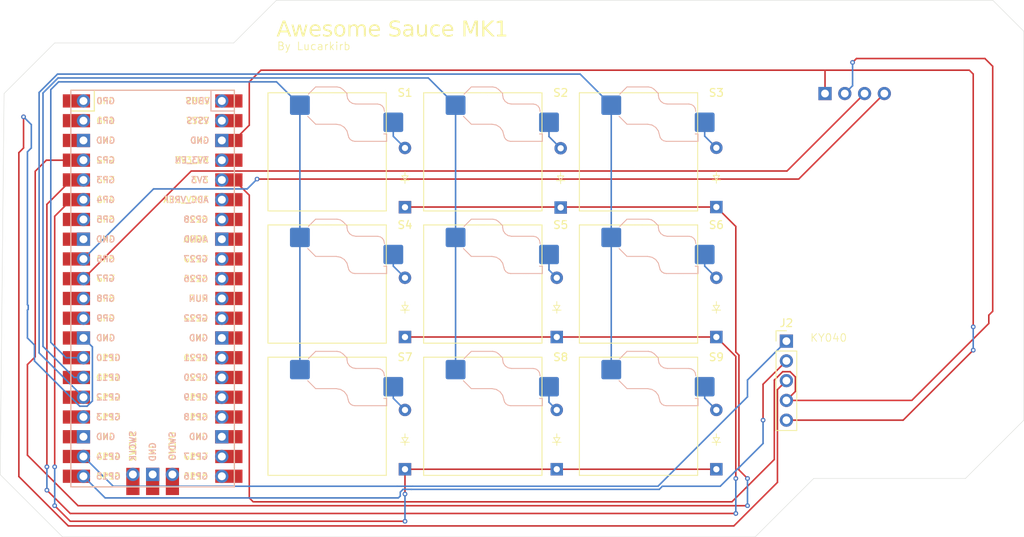
<source format=kicad_pcb>
(kicad_pcb (version 20241229) (generator "pcbnew") (generator_version "9.0")
  (layers (0 "F.Cu" signal) (2 "B.Cu" signal) (13 "F.Paste" user) (15 "B.Paste" user) (5 "F.SilkS" user "F.Silkscreen") (7 "B.SilkS" user "B.Silkscreen") (1 "F.Mask" user) (3 "B.Mask" user) (25 "Edge.Cuts" user))
  (net 0 "")
  (net 1 "Net-(D1-A)")
  (net 2 "Net-(D1-K)")
  (net 3 "Net-(D2-A)")
  (net 4 "Net-(D3-A)")
  (net 5 "Net-(D4-A)")
  (net 6 "Net-(D4-K)")
  (net 7 "Net-(D5-A)")
  (net 8 "Net-(D6-A)")
  (net 9 "Net-(D7-A)")
  (net 10 "Net-(D7-K)")
  (net 11 "Net-(D8-A)")
  (net 12 "Net-(D9-A)")
  (net 13 "Net-(J1-SDA)")
  (net 14 "VCC")
  (net 15 "Net-(J1-SCL)")
  (net 16 "GND")
  (net 17 "Net-(J2-Pin_2)")
  (net 18 "Net-(J2-Pin_1)")
  (net 19 "Net-(J2-Pin_3)")
  (net 28 "Net-(U1-GPIO10)")
  (net 39 "Net-(U1-GPIO12)")
  (net 46 "Net-(U1-GPIO11)")
  (footprint "ScottoKeebs_Components:Diode_DO-35" (layer "F.Cu") (at 117 43.658 90)
    (property "Reference" "D2" (hide yes))
    (property "Value" "Diode" (hide yes))
    (pad "1" thru_hole rect (at 0 0 90) (size 1.6 1.6) (drill 0.8) (layers "*.Cu" "*.Mask") (net 2 "Net-(D1-K)"))
    (pad "2" thru_hole oval (at 7.62 0 90) (size 1.6 1.6) (drill 0.8) (layers "*.Cu" "*.Mask") (net 3 "Net-(D2-A)"))
  )
  (footprint "Header_Pin_Connectors:PinHeader_1x05_P2.54mm_Vertical" (layer "F.Cu") (at 146 60.84)
    (property "Reference" "J2" (at 0 -2.33 0) (layer "F.SilkS"))
    (property "Value" "Conn_01x05_Pin")
    (pad "1" thru_hole rect (at 0 0) (size 1.7 1.7) (drill 1) (layers "*.Cu" "*.Mask") (net 18 "Net-(J2-Pin_1)"))
    (pad "2" thru_hole oval (at 0 2.54) (size 1.7 1.7) (drill 1) (layers "*.Cu" "*.Mask") (net 17 "Net-(J2-Pin_2)"))
    (pad "3" thru_hole oval (at 0 5.08) (size 1.7 1.7) (drill 1) (layers "*.Cu" "*.Mask") (net 19 "Net-(J2-Pin_3)"))
    (pad "4" thru_hole oval (at 0 7.62) (size 1.7 1.7) (drill 1) (layers "*.Cu" "*.Mask") (net 14 "VCC"))
    (pad "5" thru_hole oval (at 0 10.16) (size 1.7 1.7) (drill 1) (layers "*.Cu" "*.Mask") (net 16 "GND"))
  )
  (footprint "ScottoKeebs_Hotswap:Hotswap_Choc_V1_1.00u" (layer "F.Cu") (at 127 70.5)
    (property "Reference" "S9" (at 10 -7.6 0) (layer "F.SilkS"))
    (property "Value" "Keyswitch" (hide yes))
    (pad "" np_thru_hole circle (at -5.5 0) (size 1.9 1.9) (drill 1.9) (layers "*.Cu" "*.Mask"))
    (pad "" np_thru_hole circle (at 0 -5.9) (size 3.05 3.05) (drill 3.05) (layers "*.Cu" "*.Mask"))
    (pad "" np_thru_hole circle (at 0 0) (size 3.45 3.45) (drill 3.45) (layers "*.Cu" "*.Mask"))
    (pad "" np_thru_hole circle (at 5 -3.8) (size 3.05 3.05) (drill 3.05) (layers "*.Cu" "*.Mask"))
    (pad "" np_thru_hole circle (at 5.5 0) (size 1.9 1.9) (drill 1.9) (layers "*.Cu" "*.Mask"))
    (pad "1" smd roundrect (at -3.5 -6) (size 2.55 2.5) (layers "B.Cu" "B.Mask" "B.Paste") (roundrect_rratio 0.1) (net 39 "Net-(U1-GPIO12)"))
    (pad "2" smd roundrect (at 8.5 -3.8) (size 2.55 2.5) (layers "B.Cu" "B.Mask" "B.Paste") (roundrect_rratio 0.1) (net 12 "Net-(D9-A)"))
  )
  (footprint "ScottoKeebs_Components:Diode_DO-35" (layer "F.Cu") (at 97 77.31 90)
    (property "Reference" "D7" (hide yes))
    (property "Value" "Diode" (hide yes))
    (pad "1" thru_hole rect (at 0 0 90) (size 1.6 1.6) (drill 0.8) (layers "*.Cu" "*.Mask") (net 10 "Net-(D7-K)"))
    (pad "2" thru_hole oval (at 7.62 0 90) (size 1.6 1.6) (drill 0.8) (layers "*.Cu" "*.Mask") (net 9 "Net-(D7-A)"))
  )
  (footprint "ScottoKeebs_Components:Diode_DO-35" (layer "F.Cu") (at 137 60.31 90)
    (property "Reference" "D6" (hide yes))
    (property "Value" "Diode" (hide yes))
    (pad "1" thru_hole rect (at 0 0 90) (size 1.6 1.6) (drill 0.8) (layers "*.Cu" "*.Mask") (net 6 "Net-(D4-K)"))
    (pad "2" thru_hole oval (at 7.62 0 90) (size 1.6 1.6) (drill 0.8) (layers "*.Cu" "*.Mask") (net 8 "Net-(D6-A)"))
  )
  (footprint "ScottoKeebs_Components:OLED_128x64" (layer "F.Cu") (at 154.77 29)
    (property "Reference" "J1" (hide yes))
    (property "Value" "OLED_128x64")
    (pad "1" thru_hole rect (at -3.81 0 90) (size 1.7 1.7) (drill 1) (layers "*.Cu" "*.Mask") (net 16 "GND"))
    (pad "2" thru_hole oval (at -1.27 0 90) (size 1.7 1.7) (drill 1) (layers "*.Cu" "*.Mask") (net 14 "VCC"))
    (pad "3" thru_hole oval (at 1.27 0 90) (size 1.7 1.7) (drill 1) (layers "*.Cu" "*.Mask") (net 15 "Net-(J1-SCL)"))
    (pad "4" thru_hole oval (at 3.81 0 90) (size 1.7 1.7) (drill 1) (layers "*.Cu" "*.Mask") (net 13 "Net-(J1-SDA)"))
  )
  (footprint "ScottoKeebs_Components:Diode_DO-35" (layer "F.Cu") (at 97 43.62 90)
    (property "Reference" "D1" (hide yes))
    (property "Value" "Diode" (hide yes))
    (pad "1" thru_hole rect (at 0 0 90) (size 1.6 1.6) (drill 0.8) (layers "*.Cu" "*.Mask") (net 2 "Net-(D1-K)"))
    (pad "2" thru_hole oval (at 7.62 0 90) (size 1.6 1.6) (drill 0.8) (layers "*.Cu" "*.Mask") (net 1 "Net-(D1-A)"))
  )
  (footprint "ScottoKeebs_Hotswap:Hotswap_Choc_V1_1.00u" (layer "F.Cu") (at 87 53.5)
    (property "Reference" "S4" (at 10 -7.6 0) (layer "F.SilkS"))
    (property "Value" "Keyswitch" (hide yes))
    (pad "" np_thru_hole circle (at -5.5 0) (size 1.9 1.9) (drill 1.9) (layers "*.Cu" "*.Mask"))
    (pad "" np_thru_hole circle (at 0 -5.9) (size 3.05 3.05) (drill 3.05) (layers "*.Cu" "*.Mask"))
    (pad "" np_thru_hole circle (at 0 0) (size 3.45 3.45) (drill 3.45) (layers "*.Cu" "*.Mask"))
    (pad "" np_thru_hole circle (at 5 -3.8) (size 3.05 3.05) (drill 3.05) (layers "*.Cu" "*.Mask"))
    (pad "" np_thru_hole circle (at 5.5 0) (size 1.9 1.9) (drill 1.9) (layers "*.Cu" "*.Mask"))
    (pad "1" smd roundrect (at -3.5 -6) (size 2.55 2.5) (layers "B.Cu" "B.Mask" "B.Paste") (roundrect_rratio 0.1) (net 28 "Net-(U1-GPIO10)"))
    (pad "2" smd roundrect (at 8.5 -3.8) (size 2.55 2.5) (layers "B.Cu" "B.Mask" "B.Paste") (roundrect_rratio 0.1) (net 5 "Net-(D4-A)"))
  )
  (footprint "ScottoKeebs_Hotswap:Hotswap_Choc_V1_1.00u" (layer "F.Cu") (at 127 36.5)
    (property "Reference" "S3" (at 10 -7.6 0) (layer "F.SilkS"))
    (property "Value" "Keyswitch" (hide yes))
    (pad "" np_thru_hole circle (at -5.5 0) (size 1.9 1.9) (drill 1.9) (layers "*.Cu" "*.Mask"))
    (pad "" np_thru_hole circle (at 0 -5.9) (size 3.05 3.05) (drill 3.05) (layers "*.Cu" "*.Mask"))
    (pad "" np_thru_hole circle (at 0 0) (size 3.45 3.45) (drill 3.45) (layers "*.Cu" "*.Mask"))
    (pad "" np_thru_hole circle (at 5 -3.8) (size 3.05 3.05) (drill 3.05) (layers "*.Cu" "*.Mask"))
    (pad "" np_thru_hole circle (at 5.5 0) (size 1.9 1.9) (drill 1.9) (layers "*.Cu" "*.Mask"))
    (pad "1" smd roundrect (at -3.5 -6) (size 2.55 2.5) (layers "B.Cu" "B.Mask" "B.Paste") (roundrect_rratio 0.1) (net 39 "Net-(U1-GPIO12)"))
    (pad "2" smd roundrect (at 8.5 -3.8) (size 2.55 2.5) (layers "B.Cu" "B.Mask" "B.Paste") (roundrect_rratio 0.1) (net 4 "Net-(D3-A)"))
  )
  (footprint "ScottoKeebs_Hotswap:Hotswap_Choc_V1_1.00u" (layer "F.Cu") (at 107 70.5)
    (property "Reference" "S8" (at 10 -7.6 0) (layer "F.SilkS"))
    (property "Value" "Keyswitch" (hide yes))
    (pad "" np_thru_hole circle (at -5.5 0) (size 1.9 1.9) (drill 1.9) (layers "*.Cu" "*.Mask"))
    (pad "" np_thru_hole circle (at 0 -5.9) (size 3.05 3.05) (drill 3.05) (layers "*.Cu" "*.Mask"))
    (pad "" np_thru_hole circle (at 0 0) (size 3.45 3.45) (drill 3.45) (layers "*.Cu" "*.Mask"))
    (pad "" np_thru_hole circle (at 5 -3.8) (size 3.05 3.05) (drill 3.05) (layers "*.Cu" "*.Mask"))
    (pad "" np_thru_hole circle (at 5.5 0) (size 1.9 1.9) (drill 1.9) (layers "*.Cu" "*.Mask"))
    (pad "1" smd roundrect (at -3.5 -6) (size 2.55 2.5) (layers "B.Cu" "B.Mask" "B.Paste") (roundrect_rratio 0.1) (net 46 "Net-(U1-GPIO11)"))
    (pad "2" smd roundrect (at 8.5 -3.8) (size 2.55 2.5) (layers "B.Cu" "B.Mask" "B.Paste") (roundrect_rratio 0.1) (net 11 "Net-(D8-A)"))
  )
  (footprint "ScottoKeebs_MCU:Raspberry_Pi_Pico" (layer "F.Cu") (at 64.585 54.083)
    (property "Reference" "U1" (hide yes))
    (property "Value" "Raspberry_Pi_Pico" (hide yes))
    (fp_text user "GND" (at -6.04 6.35 0) (layer "F.SilkS") (effects (font (size 0.8 0.8))))
    (fp_text user "GP2" (at -6.04 -16.51 0) (layer "F.SilkS") (effects (font (size 0.8 0.8))))
    (fp_text user "AGND" (at 5.54 -6.35 0) (layer "F.SilkS") (effects (font (size 0.8 0.8))))
    (fp_text user "GP12" (at -5.69 13.97 0) (layer "F.SilkS") (effects (font (size 0.8 0.8))))
    (fp_text user "GND" (at -6.04 -6.35 0) (layer "F.SilkS") (effects (font (size 0.8 0.8))))
    (fp_text user "GP9" (at -6.04 3.81 0) (layer "F.SilkS") (effects (font (size 0.8 0.8))))
    (fp_text user "GP13" (at -5.69 16.51 0) (layer "F.SilkS") (effects (font (size 0.8 0.8))))
    (fp_text user "RUN" (at 5.89 1.27 0) (layer "F.SilkS") (effects (font (size 0.8 0.8))))
    (fp_text user "GP7" (at -6.04 -1.3 0) (layer "F.SilkS") (effects (font (size 0.8 0.8))))
    (fp_text user "3V3" (at 6.04 -13.97 0) (layer "F.SilkS") (effects (font (size 0.8 0.8))))
    (fp_text user "3V3_EN" (at 5.04 -16.51 0) (layer "F.SilkS") (effects (font (size 0.8 0.8))))
    (fp_text user "GND" (at 5.89 19.05 0) (layer "F.SilkS") (effects (font (size 0.8 0.8))))
    (fp_text user "GP11" (at -5.69 11.43 0) (layer "F.SilkS") (effects (font (size 0.8 0.8))))
    (fp_text user "GP0" (at -6.04 -24.13 0) (layer "F.SilkS") (effects (font (size 0.8 0.8))))
    (fp_text user "SWDIO" (at 2.54 20.25 90) (layer "F.SilkS") (effects (font (size 0.8 0.8))))
    (fp_text user "GND" (at 0 21 90) (layer "F.SilkS") (effects (font (size 0.8 0.8))))
    (fp_text user "GP1" (at -6.04 -21.6 0) (layer "F.SilkS") (effects (font (size 0.8 0.8))))
    (fp_text user "GP27" (at 5.54 -3.8 0) (layer "F.SilkS") (effects (font (size 0.8 0.8))))
    (fp_text user "GND" (at -6.04 19.05 0) (layer "F.SilkS") (effects (font (size 0.8 0.8))))
    (fp_text user "GP18" (at 5.54 16.51 0) (layer "F.SilkS") (effects (font (size 0.8 0.8))))
    (fp_text user "GP6" (at -6.04 -3.81 0) (layer "F.SilkS") (effects (font (size 0.8 0.8))))
    (fp_text user "GP19" (at 5.54 13.97 0) (layer "F.SilkS") (effects (font (size 0.8 0.8))))
    (fp_text user "GP14" (at -5.69 21.59 0) (layer "F.SilkS") (effects (font (size 0.8 0.8))))
    (fp_text user "GP3" (at -6.04 -13.97 0) (layer "F.SilkS") (effects (font (size 0.8 0.8))))
    (fp_text user "GND" (at -6.04 -19.05 0) (layer "F.SilkS") (effects (font (size 0.8 0.8))))
    (fp_text user "GP20" (at 5.54 11.43 0) (layer "F.SilkS") (effects (font (size 0.8 0.8))))
    (fp_text user "GND" (at 5.89 6.35 0) (layer "F.SilkS") (effects (font (size 0.8 0.8))))
    (fp_text user "GP15" (at -5.69 24.13 0) (layer "F.SilkS") (effects (font (size 0.8 0.8))))
    (fp_text user "GP26" (at 5.54 -1.27 0) (layer "F.SilkS") (effects (font (size 0.8 0.8))))
    (fp_text user "GND" (at 6.04 -19.05 0) (layer "F.SilkS") (effects (font (size 0.8 0.8))))
    (fp_text user "GP4" (at -6.04 -11.43 0) (layer "F.SilkS") (effects (font (size 0.8 0.8))))
    (fp_text user "VBUS" (at 5.79 -24.13 0) (layer "F.SilkS") (effects (font (size 0.8 0.8))))
    (fp_text user "VSYS" (at 5.79 -21.59 0) (layer "F.SilkS") (effects (font (size 0.8 0.8))))
    (fp_text user "GP16" (at 5.54 24.13 0) (layer "F.SilkS") (effects (font (size 0.8 0.8))))
    (fp_text user "ADC_VREF" (at 4.29 -11.43 0) (layer "F.SilkS") (effects (font (size 0.8 0.8))))
    (fp_text user "SWCLK" (at -2.54 20.25 90) (layer "F.SilkS") (effects (font (size 0.8 0.8))))
    (fp_text user "GP28" (at 5.54 -8.89 0) (layer "F.SilkS") (effects (font (size 0.8 0.8))))
    (fp_text user "GP10" (at -5.69 8.89 0) (layer "F.SilkS") (effects (font (size 0.8 0.8))))
    (fp_text user "GP21" (at 5.54 8.9 0) (layer "F.SilkS") (effects (font (size 0.8 0.8))))
    (fp_text user "GP8" (at -6.04 1.27 0) (layer "F.SilkS") (effects (font (size 0.8 0.8))))
    (fp_text user "GP22" (at 5.54 3.81 0) (layer "F.SilkS") (effects (font (size 0.8 0.8))))
    (fp_text user "GP17" (at 5.54 21.59 0) (layer "F.SilkS") (effects (font (size 0.8 0.8))))
    (fp_text user "GP5" (at -6.04 -8.89 0) (layer "F.SilkS") (effects (font (size 0.8 0.8))))
    (fp_text user "GND" (at 0 21 270) (layer "B.SilkS") (effects (font (size 0.8 0.8)) (justify mirror)))
    (fp_text user "GP0" (at -6.04 -24.13 0) (layer "B.SilkS") (effects (font (size 0.8 0.8)) (justify mirror)))
    (fp_text user "GP12" (at -5.69 13.97 0) (layer "B.SilkS") (effects (font (size 0.8 0.8)) (justify mirror)))
    (fp_text user "GND" (at 5.89 19.05 0) (layer "B.SilkS") (effects (font (size 0.8 0.8)) (justify mirror)))
    (fp_text user "GP27" (at 5.54 -3.8 0) (layer "B.SilkS") (effects (font (size 0.8 0.8)) (justify mirror)))
    (fp_text user "SWCLK" (at -2.54 20.25 270) (layer "B.SilkS") (effects (font (size 0.8 0.8)) (justify mirror)))
    (fp_text user "GP15" (at -5.69 24.13 0) (layer "B.SilkS") (effects (font (size 0.8 0.8)) (justify mirror)))
    (fp_text user "GP18" (at 5.54 16.51 0) (layer "B.SilkS") (effects (font (size 0.8 0.8)) (justify mirror)))
    (fp_text user "GND" (at -6.04 6.35 0) (layer "B.SilkS") (effects (font (size 0.8 0.8)) (justify mirror)))
    (fp_text user "GP21" (at 5.54 8.9 0) (layer "B.SilkS") (effects (font (size 0.8 0.8)) (justify mirror)))
    (fp_text user "GP20" (at 5.54 11.43 0) (layer "B.SilkS") (effects (font (size 0.8 0.8)) (justify mirror)))
    (fp_text user "GP28" (at 5.54 -8.89 0) (layer "B.SilkS") (effects (font (size 0.8 0.8)) (justify mirror)))
    (fp_text user "GP22" (at 5.54 3.81 0) (layer "B.SilkS") (effects (font (size 0.8 0.8)) (justify mirror)))
    (fp_text user "VBUS" (at 5.79 -24.13 0) (layer "B.SilkS") (effects (font (size 0.8 0.8)) (justify mirror)))
    (fp_text user "GP16" (at 5.54 24.13 0) (layer "B.SilkS") (effects (font (size 0.8 0.8)) (justify mirror)))
    (fp_text user "GP26" (at 5.54 -1.27 0) (layer "B.SilkS") (effects (font (size 0.8 0.8)) (justify mirror)))
    (fp_text user "GND" (at 6.04 -19.05 0) (layer "B.SilkS") (effects (font (size 0.8 0.8)) (justify mirror)))
    (fp_text user "GP7" (at -6.04 -1.3 0) (layer "B.SilkS") (effects (font (size 0.8 0.8)) (justify mirror)))
    (fp_text user "ADC_VREF" (at 4.29 -11.43 0) (layer "B.SilkS") (effects (font (size 0.8 0.8)) (justify mirror)))
    (fp_text user "GP14" (at -5.69 21.59 0) (layer "B.SilkS") (effects (font (size 0.8 0.8)) (justify mirror)))
    (fp_text user "GND" (at -6.04 19.05 0) (layer "B.SilkS") (effects (font (size 0.8 0.8)) (justify mirror)))
    (fp_text user "GP17" (at 5.54 21.59 0) (layer "B.SilkS") (effects (font (size 0.8 0.8)) (justify mirror)))
    (fp_text user "GP2" (at -6.04 -16.51 0) (layer "B.SilkS") (effects (font (size 0.8 0.8)) (justify mirror)))
    (fp_text user "GP4" (at -6.04 -11.43 0) (layer "B.SilkS") (effects (font (size 0.8 0.8)) (justify mirror)))
    (fp_text user "3V3_EN" (at 5.04 -16.51 0) (layer "B.SilkS") (effects (font (size 0.8 0.8)) (justify mirror)))
    (fp_text user "GND" (at -6.04 -19.05 0) (layer "B.SilkS") (effects (font (size 0.8 0.8)) (justify mirror)))
    (fp_text user "3V3" (at 6.04 -13.97 0) (layer "B.SilkS") (effects (font (size 0.8 0.8)) (justify mirror)))
    (fp_text user "GP11" (at -5.69 11.43 0) (layer "B.SilkS") (effects (font (size 0.8 0.8)) (justify mirror)))
    (fp_text user "GP5" (at -6.04 -8.89 0) (layer "B.SilkS") (effects (font (size 0.8 0.8)) (justify mirror)))
    (fp_text user "GP13" (at -5.69 16.51 0) (layer "B.SilkS") (effects (font (size 0.8 0.8)) (justify mirror)))
    (fp_text user "GP6" (at -6.04 -3.81 0) (layer "B.SilkS") (effects (font (size 0.8 0.8)) (justify mirror)))
    (fp_text user "GP19" (at 5.54 13.97 0) (layer "B.SilkS") (effects (font (size 0.8 0.8)) (justify mirror)))
    (fp_text user "GP10" (at -5.69 8.89 0) (layer "B.SilkS") (effects (font (size 0.8 0.8)) (justify mirror)))
    (fp_text user "GP9" (at -6.04 3.81 0) (layer "B.SilkS") (effects (font (size 0.8 0.8)) (justify mirror)))
    (fp_text user "GP8" (at -6.04 1.27 0) (layer "B.SilkS") (effects (font (size 0.8 0.8)) (justify mirror)))
    (fp_text user "AGND" (at 5.54 -6.35 0) (layer "B.SilkS") (effects (font (size 0.8 0.8)) (justify mirror)))
    (fp_text user "SWDIO" (at 2.54 20.25 270) (layer "B.SilkS") (effects (font (size 0.8 0.8)) (justify mirror)))
    (fp_text user "GND" (at -6.04 -6.35 0) (layer "B.SilkS") (effects (font (size 0.8 0.8)) (justify mirror)))
    (fp_text user "GP1" (at -6.04 -21.6 0) (layer "B.SilkS") (effects (font (size 0.8 0.8)) (justify mirror)))
    (fp_text user "GP3" (at -6.04 -13.97 0) (layer "B.SilkS") (effects (font (size 0.8 0.8)) (justify mirror)))
    (fp_text user "RUN" (at 5.89 1.27 0) (layer "B.SilkS") (effects (font (size 0.8 0.8)) (justify mirror)))
    (fp_text user "GND" (at 5.89 6.35 0) (layer "B.SilkS") (effects (font (size 0.8 0.8)) (justify mirror)))
    (fp_text user "VSYS" (at 5.79 -21.59 0) (layer "B.SilkS") (effects (font (size 0.8 0.8)) (justify mirror)))
    (pad "1" thru_hole oval (at -8.89 -24.13) (size 1.7 1.7) (drill 1.02) (layers "*.Cu" "*.Mask"))
    (pad "1" smd rect (at -8.89 -24.13) (size 3.5 1.7) (drill (offset -0.9 0)) (layers "F.Cu" "F.Mask"))
    (pad "2" thru_hole oval (at -8.89 -21.59) (size 1.7 1.7) (drill 1.02) (layers "*.Cu" "*.Mask"))
    (pad "2" smd rect (at -8.89 -21.59) (size 3.5 1.7) (drill (offset -0.9 0)) (layers "F.Cu" "F.Mask"))
    (pad "3" thru_hole rect (at -8.89 -19.05) (size 1.7 1.7) (drill 1.02) (layers "*.Cu" "*.Mask"))
    (pad "3" smd rect (at -8.89 -19.05) (size 3.5 1.7) (drill (offset -0.9 0)) (layers "F.Cu" "F.Mask"))
    (pad "4" thru_hole oval (at -8.89 -16.51) (size 1.7 1.7) (drill 1.02) (layers "*.Cu" "*.Mask") (net 2 "Net-(D1-K)"))
    (pad "4" smd rect (at -8.89 -16.51) (size 3.5 1.7) (drill (offset -0.9 0)) (layers "F.Cu" "F.Mask") (net 2 "Net-(D1-K)"))
    (pad "5" thru_hole oval (at -8.89 -13.97) (size 1.7 1.7) (drill 1.02) (layers "*.Cu" "*.Mask") (net 6 "Net-(D4-K)"))
    (pad "5" smd rect (at -8.89 -13.97) (size 3.5 1.7) (drill (offset -0.9 0)) (layers "F.Cu" "F.Mask") (net 6 "Net-(D4-K)"))
    (pad "6" thru_hole oval (at -8.89 -11.43) (size 1.7 1.7) (drill 1.02) (layers "*.Cu" "*.Mask") (net 10 "Net-(D7-K)"))
    (pad "6" smd rect (at -8.89 -11.43) (size 3.5 1.7) (drill (offset -0.9 0)) (layers "F.Cu" "F.Mask") (net 10 "Net-(D7-K)"))
    (pad "7" thru_hole oval (at -8.89 -8.89) (size 1.7 1.7) (drill 1.02) (layers "*.Cu" "*.Mask"))
    (pad "7" smd rect (at -8.89 -8.89) (size 3.5 1.7) (drill (offset -0.9 0)) (layers "F.Cu" "F.Mask"))
    (pad "8" thru_hole rect (at -8.89 -6.35) (size 1.7 1.7) (drill 1.02) (layers "*.Cu" "*.Mask"))
    (pad "8" smd rect (at -8.89 -6.35) (size 3.5 1.7) (drill (offset -0.9 0)) (layers "F.Cu" "F.Mask"))
    (pad "9" thru_hole oval (at -8.89 -3.81) (size 1.7 1.7) (drill 1.02) (layers "*.Cu" "*.Mask") (net 13 "Net-(J1-SDA)"))
    (pad "9" smd rect (at -8.89 -3.81) (size 3.5 1.7) (drill (offset -0.9 0)) (layers "F.Cu" "F.Mask") (net 13 "Net-(J1-SDA)"))
    (pad "10" thru_hole oval (at -8.89 -1.27) (size 1.7 1.7) (drill 1.02) (layers "*.Cu" "*.Mask") (net 15 "Net-(J1-SCL)"))
    (pad "10" smd rect (at -8.89 -1.27) (size 3.5 1.7) (drill (offset -0.9 0)) (layers "F.Cu" "F.Mask") (net 15 "Net-(J1-SCL)"))
    (pad "11" thru_hole oval (at -8.89 1.27) (size 1.7 1.7) (drill 1.02) (layers "*.Cu" "*.Mask"))
    (pad "11" smd rect (at -8.89 1.27) (size 3.5 1.7) (drill (offset -0.9 0)) (layers "F.Cu" "F.Mask"))
    (pad "12" thru_hole oval (at -8.89 3.81) (size 1.7 1.7) (drill 1.02) (layers "*.Cu" "*.Mask"))
    (pad "12" smd rect (at -8.89 3.81) (size 3.5 1.7) (drill (offset -0.9 0)) (layers "F.Cu" "F.Mask"))
    (pad "13" thru_hole rect (at -8.89 6.35) (size 1.7 1.7) (drill 1.02) (layers "*.Cu" "*.Mask") (net 19 "Net-(J2-Pin_3)"))
    (pad "13" smd rect (at -8.89 6.35) (size 3.5 1.7) (drill (offset -0.9 0)) (layers "F.Cu" "F.Mask") (net 19 "Net-(J2-Pin_3)"))
    (pad "14" thru_hole oval (at -8.89 8.89) (size 1.7 1.7) (drill 1.02) (layers "*.Cu" "*.Mask") (net 28 "Net-(U1-GPIO10)"))
    (pad "14" smd rect (at -8.89 8.89) (size 3.5 1.7) (drill (offset -0.9 0)) (layers "F.Cu" "F.Mask") (net 28 "Net-(U1-GPIO10)"))
    (pad "15" thru_hole oval (at -8.89 11.43) (size 1.7 1.7) (drill 1.02) (layers "*.Cu" "*.Mask") (net 46 "Net-(U1-GPIO11)"))
    (pad "15" smd rect (at -8.89 11.43) (size 3.5 1.7) (drill (offset -0.9 0)) (layers "F.Cu" "F.Mask") (net 46 "Net-(U1-GPIO11)"))
    (pad "16" thru_hole oval (at -8.89 13.97) (size 1.7 1.7) (drill 1.02) (layers "*.Cu" "*.Mask") (net 39 "Net-(U1-GPIO12)"))
    (pad "16" smd rect (at -8.89 13.97) (size 3.5 1.7) (drill (offset -0.9 0)) (layers "F.Cu" "F.Mask") (net 39 "Net-(U1-GPIO12)"))
    (pad "17" thru_hole oval (at -8.89 16.51) (size 1.7 1.7) (drill 1.02) (layers "*.Cu" "*.Mask"))
    (pad "17" smd rect (at -8.89 16.51) (size 3.5 1.7) (drill (offset -0.9 0)) (layers "F.Cu" "F.Mask"))
    (pad "18" thru_hole rect (at -8.89 19.05) (size 1.7 1.7) (drill 1.02) (layers "*.Cu" "*.Mask"))
    (pad "18" smd rect (at -8.89 19.05) (size 3.5 1.7) (drill (offset -0.9 0)) (layers "F.Cu" "F.Mask"))
    (pad "19" thru_hole oval (at -8.89 21.59) (size 1.7 1.7) (drill 1.02) (layers "*.Cu" "*.Mask") (net 18 "Net-(J2-Pin_1)"))
    (pad "19" smd rect (at -8.89 21.59) (size 3.5 1.7) (drill (offset -0.9 0)) (layers "F.Cu" "F.Mask") (net 18 "Net-(J2-Pin_1)"))
    (pad "20" thru_hole oval (at -8.89 24.13) (size 1.7 1.7) (drill 1.02) (layers "*.Cu" "*.Mask") (net 17 "Net-(J2-Pin_2)"))
    (pad "20" smd rect (at -8.89 24.13) (size 3.5 1.7) (drill (offset -0.9 0)) (layers "F.Cu" "F.Mask") (net 17 "Net-(J2-Pin_2)"))
    (pad "21" thru_hole oval (at 8.89 24.13) (size 1.7 1.7) (drill 1.02) (layers "*.Cu" "*.Mask"))
    (pad "21" smd rect (at 8.89 24.13) (size 3.5 1.7) (drill (offset 0.9 0)) (layers "F.Cu" "F.Mask"))
    (pad "22" thru_hole oval (at 8.89 21.59) (size 1.7 1.7) (drill 1.02) (layers "*.Cu" "*.Mask"))
    (pad "22" smd rect (at 8.89 21.59) (size 3.5 1.7) (drill (offset 0.9 0)) (layers "F.Cu" "F.Mask"))
    (pad "23" thru_hole rect (at 8.89 19.05) (size 1.7 1.7) (drill 1.02) (layers "*.Cu" "*.Mask"))
    (pad "23" smd rect (at 8.89 19.05) (size 3.5 1.7) (drill (offset 0.9 0)) (layers "F.Cu" "F.Mask"))
    (pad "24" thru_hole oval (at 8.89 16.51) (size 1.7 1.7) (drill 1.02) (layers "*.Cu" "*.Mask"))
    (pad "24" smd rect (at 8.89 16.51) (size 3.5 1.7) (drill (offset 0.9 0)) (layers "F.Cu" "F.Mask"))
    (pad "25" thru_hole oval (at 8.89 13.97) (size 1.7 1.7) (drill 1.02) (layers "*.Cu" "*.Mask"))
    (pad "25" smd rect (at 8.89 13.97) (size 3.5 1.7) (drill (offset 0.9 0)) (layers "F.Cu" "F.Mask"))
    (pad "26" thru_hole oval (at 8.89 11.43) (size 1.7 1.7) (drill 1.02) (layers "*.Cu" "*.Mask"))
    (pad "26" smd rect (at 8.89 11.43) (size 3.5 1.7) (drill (offset 0.9 0)) (layers "F.Cu" "F.Mask"))
    (pad "27" thru_hole oval (at 8.89 8.89) (size 1.7 1.7) (drill 1.02) (layers "*.Cu" "*.Mask"))
    (pad "27" smd rect (at 8.89 8.89) (size 3.5 1.7) (drill (offset 0.9 0)) (layers "F.Cu" "F.Mask"))
    (pad "28" thru_hole rect (at 8.89 6.35) (size 1.7 1.7) (drill 1.02) (layers "*.Cu" "*.Mask"))
    (pad "28" smd rect (at 8.89 6.35) (size 3.5 1.7) (drill (offset 0.9 0)) (layers "F.Cu" "F.Mask"))
    (pad "29" thru_hole oval (at 8.89 3.81) (size 1.7 1.7) (drill 1.02) (layers "*.Cu" "*.Mask"))
    (pad "29" smd rect (at 8.89 3.81) (size 3.5 1.7) (drill (offset 0.9 0)) (layers "F.Cu" "F.Mask"))
    (pad "30" thru_hole oval (at 8.89 1.27) (size 1.7 1.7) (drill 1.02) (layers "*.Cu" "*.Mask"))
    (pad "30" smd rect (at 8.89 1.27) (size 3.5 1.7) (drill (offset 0.9 0)) (layers "F.Cu" "F.Mask"))
    (pad "31" thru_hole oval (at 8.89 -1.27) (size 1.7 1.7) (drill 1.02) (layers "*.Cu" "*.Mask"))
    (pad "31" smd rect (at 8.89 -1.27) (size 3.5 1.7) (drill (offset 0.9 0)) (layers "F.Cu" "F.Mask"))
    (pad "32" thru_hole oval (at 8.89 -3.81) (size 1.7 1.7) (drill 1.02) (layers "*.Cu" "*.Mask"))
    (pad "32" smd rect (at 8.89 -3.81) (size 3.5 1.7) (drill (offset 0.9 0)) (layers "F.Cu" "F.Mask"))
    (pad "33" thru_hole rect (at 8.89 -6.35) (size 1.7 1.7) (drill 1.02) (layers "*.Cu" "*.Mask"))
    (pad "33" smd rect (at 8.89 -6.35) (size 3.5 1.7) (drill (offset 0.9 0)) (layers "F.Cu" "F.Mask"))
    (pad "34" thru_hole oval (at 8.89 -8.89) (size 1.7 1.7) (drill 1.02) (layers "*.Cu" "*.Mask"))
    (pad "34" smd rect (at 8.89 -8.89) (size 3.5 1.7) (drill (offset 0.9 0)) (layers "F.Cu" "F.Mask"))
    (pad "35" thru_hole oval (at 8.89 -11.43) (size 1.7 1.7) (drill 1.02) (layers "*.Cu" "*.Mask"))
    (pad "35" smd rect (at 8.89 -11.43) (size 3.5 1.7) (drill (offset 0.9 0)) (layers "F.Cu" "F.Mask"))
    (pad "36" thru_hole oval (at 8.89 -13.97) (size 1.7 1.7) (drill 1.02) (layers "*.Cu" "*.Mask") (net 14 "VCC"))
    (pad "36" smd rect (at 8.89 -13.97) (size 3.5 1.7) (drill (offset 0.9 0)) (layers "F.Cu" "F.Mask") (net 14 "VCC"))
    (pad "37" thru_hole oval (at 8.89 -16.51) (size 1.7 1.7) (drill 1.02) (layers "*.Cu" "*.Mask"))
    (pad "37" smd rect (at 8.89 -16.51) (size 3.5 1.7) (drill (offset 0.9 0)) (layers "F.Cu" "F.Mask"))
    (pad "38" thru_hole rect (at 8.89 -19.05) (size 1.7 1.7) (drill 1.02) (layers "*.Cu" "*.Mask") (net 16 "GND"))
    (pad "38" smd rect (at 8.89 -19.05) (size 3.5 1.7) (drill (offset 0.9 0)) (layers "F.Cu" "F.Mask") (net 16 "GND"))
    (pad "39" thru_hole oval (at 8.89 -21.59) (size 1.7 1.7) (drill 1.02) (layers "*.Cu" "*.Mask"))
    (pad "39" smd rect (at 8.89 -21.59) (size 3.5 1.7) (drill (offset 0.9 0)) (layers "F.Cu" "F.Mask"))
    (pad "40" thru_hole oval (at 8.89 -24.13) (size 1.7 1.7) (drill 1.02) (layers "*.Cu" "*.Mask"))
    (pad "40" smd rect (at 8.89 -24.13) (size 3.5 1.7) (drill (offset 0.9 0)) (layers "F.Cu" "F.Mask"))
    (pad "41" thru_hole oval (at -2.54 23.9) (size 1.7 1.7) (drill 1.02) (layers "*.Cu" "*.Mask"))
    (pad "41" smd rect (at -2.54 23.9 90) (size 3.5 1.7) (drill (offset -0.9 0)) (layers "F.Cu" "F.Mask"))
    (pad "42" thru_hole rect (at 0 23.9) (size 1.7 1.7) (drill 1.02) (layers "*.Cu" "*.Mask"))
    (pad "42" smd rect (at 0 23.9 90) (size 3.5 1.7) (drill (offset -0.9 0)) (layers "F.Cu" "F.Mask"))
    (pad "43" thru_hole oval (at 2.54 23.9) (size 1.7 1.7) (drill 1.02) (layers "*.Cu" "*.Mask"))
    (pad "43" smd rect (at 2.54 23.9 90) (size 3.5 1.7) (drill (offset -0.9 0)) (layers "F.Cu" "F.Mask"))
  )
  (footprint "ScottoKeebs_Hotswap:Hotswap_Choc_V1_1.00u" (layer "F.Cu") (at 87 36.5)
    (property "Reference" "S1" (at 10 -7.6 0) (layer "F.SilkS"))
    (property "Value" "Keyswitch" (hide yes))
    (pad "" np_thru_hole circle (at -5.5 0) (size 1.9 1.9) (drill 1.9) (layers "*.Cu" "*.Mask"))
    (pad "" np_thru_hole circle (at 0 -5.9) (size 3.05 3.05) (drill 3.05) (layers "*.Cu" "*.Mask"))
    (pad "" np_thru_hole circle (at 0 0) (size 3.45 3.45) (drill 3.45) (layers "*.Cu" "*.Mask"))
    (pad "" np_thru_hole circle (at 5 -3.8) (size 3.05 3.05) (drill 3.05) (layers "*.Cu" "*.Mask"))
    (pad "" np_thru_hole circle (at 5.5 0) (size 1.9 1.9) (drill 1.9) (layers "*.Cu" "*.Mask"))
    (pad "1" smd roundrect (at -3.5 -6) (size 2.55 2.5) (layers "B.Cu" "B.Mask" "B.Paste") (roundrect_rratio 0.1) (net 28 "Net-(U1-GPIO10)"))
    (pad "2" smd roundrect (at 8.5 -3.8) (size 2.55 2.5) (layers "B.Cu" "B.Mask" "B.Paste") (roundrect_rratio 0.1) (net 1 "Net-(D1-A)"))
  )
  (footprint "ScottoKeebs_Components:Diode_DO-35" (layer "F.Cu") (at 116.5 60.31 90)
    (property "Reference" "D5" (hide yes))
    (property "Value" "Diode" (hide yes))
    (pad "1" thru_hole rect (at 0 0 90) (size 1.6 1.6) (drill 0.8) (layers "*.Cu" "*.Mask") (net 6 "Net-(D4-K)"))
    (pad "2" thru_hole oval (at 7.62 0 90) (size 1.6 1.6) (drill 0.8) (layers "*.Cu" "*.Mask") (net 7 "Net-(D5-A)"))
  )
  (footprint "ScottoKeebs_Components:Diode_DO-35" (layer "F.Cu") (at 116.5 77.31 90)
    (property "Reference" "D8" (hide yes))
    (property "Value" "Diode" (hide yes))
    (pad "1" thru_hole rect (at 0 0 90) (size 1.6 1.6) (drill 0.8) (layers "*.Cu" "*.Mask") (net 10 "Net-(D7-K)"))
    (pad "2" thru_hole oval (at 7.62 0 90) (size 1.6 1.6) (drill 0.8) (layers "*.Cu" "*.Mask") (net 11 "Net-(D8-A)"))
  )
  (footprint "ScottoKeebs_Hotswap:Hotswap_Choc_V1_1.00u" (layer "F.Cu") (at 127 53.5)
    (property "Reference" "S6" (at 10 -7.6 0) (layer "F.SilkS"))
    (property "Value" "Keyswitch" (hide yes))
    (pad "" np_thru_hole circle (at -5.5 0) (size 1.9 1.9) (drill 1.9) (layers "*.Cu" "*.Mask"))
    (pad "" np_thru_hole circle (at 0 -5.9) (size 3.05 3.05) (drill 3.05) (layers "*.Cu" "*.Mask"))
    (pad "" np_thru_hole circle (at 0 0) (size 3.45 3.45) (drill 3.45) (layers "*.Cu" "*.Mask"))
    (pad "" np_thru_hole circle (at 5 -3.8) (size 3.05 3.05) (drill 3.05) (layers "*.Cu" "*.Mask"))
    (pad "" np_thru_hole circle (at 5.5 0) (size 1.9 1.9) (drill 1.9) (layers "*.Cu" "*.Mask"))
    (pad "1" smd roundrect (at -3.5 -6) (size 2.55 2.5) (layers "B.Cu" "B.Mask" "B.Paste") (roundrect_rratio 0.1) (net 39 "Net-(U1-GPIO12)"))
    (pad "2" smd roundrect (at 8.5 -3.8) (size 2.55 2.5) (layers "B.Cu" "B.Mask" "B.Paste") (roundrect_rratio 0.1) (net 8 "Net-(D6-A)"))
  )
  (footprint "ScottoKeebs_Components:Diode_DO-35" (layer "F.Cu") (at 137 77.31 90)
    (property "Reference" "D9" (hide yes))
    (property "Value" "Diode" (hide yes))
    (pad "1" thru_hole rect (at 0 0 90) (size 1.6 1.6) (drill 0.8) (layers "*.Cu" "*.Mask") (net 10 "Net-(D7-K)"))
    (pad "2" thru_hole oval (at 7.62 0 90) (size 1.6 1.6) (drill 0.8) (layers "*.Cu" "*.Mask") (net 12 "Net-(D9-A)"))
  )
  (footprint "ScottoKeebs_Components:Diode_DO-35" (layer "F.Cu") (at 137 43.596 90)
    (property "Reference" "D3" (hide yes))
    (property "Value" "Diode" (hide yes))
    (pad "1" thru_hole rect (at 0 0 90) (size 1.6 1.6) (drill 0.8) (layers "*.Cu" "*.Mask") (net 2 "Net-(D1-K)"))
    (pad "2" thru_hole oval (at 7.62 0 90) (size 1.6 1.6) (drill 0.8) (layers "*.Cu" "*.Mask") (net 4 "Net-(D3-A)"))
  )
  (footprint "ScottoKeebs_Components:Diode_DO-35" (layer "F.Cu") (at 97 60.31 90)
    (property "Reference" "D4" (hide yes))
    (property "Value" "Diode" (hide yes))
    (pad "1" thru_hole rect (at 0 0 90) (size 1.6 1.6) (drill 0.8) (layers "*.Cu" "*.Mask") (net 6 "Net-(D4-K)"))
    (pad "2" thru_hole oval (at 7.62 0 90) (size 1.6 1.6) (drill 0.8) (layers "*.Cu" "*.Mask") (net 5 "Net-(D4-A)"))
  )
  (footprint "ScottoKeebs_Hotswap:Hotswap_Choc_V1_1.00u" (layer "F.Cu") (at 107 36.5)
    (property "Reference" "S2" (at 10 -7.6 0) (layer "F.SilkS"))
    (property "Value" "Keyswitch" (hide yes))
    (pad "" np_thru_hole circle (at -5.5 0) (size 1.9 1.9) (drill 1.9) (layers "*.Cu" "*.Mask"))
    (pad "" np_thru_hole circle (at 0 -5.9) (size 3.05 3.05) (drill 3.05) (layers "*.Cu" "*.Mask"))
    (pad "" np_thru_hole circle (at 0 0) (size 3.45 3.45) (drill 3.45) (layers "*.Cu" "*.Mask"))
    (pad "" np_thru_hole circle (at 5 -3.8) (size 3.05 3.05) (drill 3.05) (layers "*.Cu" "*.Mask"))
    (pad "" np_thru_hole circle (at 5.5 0) (size 1.9 1.9) (drill 1.9) (layers "*.Cu" "*.Mask"))
    (pad "1" smd roundrect (at -3.5 -6) (size 2.55 2.5) (layers "B.Cu" "B.Mask" "B.Paste") (roundrect_rratio 0.1) (net 46 "Net-(U1-GPIO11)"))
    (pad "2" smd roundrect (at 8.5 -3.8) (size 2.55 2.5) (layers "B.Cu" "B.Mask" "B.Paste") (roundrect_rratio 0.1) (net 3 "Net-(D2-A)"))
  )
  (footprint "ScottoKeebs_Hotswap:Hotswap_Choc_V1_1.00u" (layer "F.Cu") (at 87 70.5)
    (property "Reference" "S7" (at 10 -7.6 0) (layer "F.SilkS"))
    (property "Value" "Keyswitch" (hide yes))
    (pad "" np_thru_hole circle (at -5.5 0) (size 1.9 1.9) (drill 1.9) (layers "*.Cu" "*.Mask"))
    (pad "" np_thru_hole circle (at 0 -5.9) (size 3.05 3.05) (drill 3.05) (layers "*.Cu" "*.Mask"))
    (pad "" np_thru_hole circle (at 0 0) (size 3.45 3.45) (drill 3.45) (layers "*.Cu" "*.Mask"))
    (pad "" np_thru_hole circle (at 5 -3.8) (size 3.05 3.05) (drill 3.05) (layers "*.Cu" "*.Mask"))
    (pad "" np_thru_hole circle (at 5.5 0) (size 1.9 1.9) (drill 1.9) (layers "*.Cu" "*.Mask"))
    (pad "1" smd roundrect (at -3.5 -6) (size 2.55 2.5) (layers "B.Cu" "B.Mask" "B.Paste") (roundrect_rratio 0.1) (net 28 "Net-(U1-GPIO10)"))
    (pad "2" smd roundrect (at 8.5 -3.8) (size 2.55 2.5) (layers "B.Cu" "B.Mask" "B.Paste") (roundrect_rratio 0.1) (net 9 "Net-(D7-A)"))
  )
  (footprint "ScottoKeebs_Hotswap:Hotswap_Choc_V1_1.00u" (layer "F.Cu") (at 107 53.5)
    (property "Reference" "S5" (at 10 -7.6 0) (layer "F.SilkS"))
    (property "Value" "Keyswitch" (hide yes))
    (pad "" np_thru_hole circle (at -5.5 0) (size 1.9 1.9) (drill 1.9) (layers "*.Cu" "*.Mask"))
    (pad "" np_thru_hole circle (at 0 -5.9) (size 3.05 3.05) (drill 3.05) (layers "*.Cu" "*.Mask"))
    (pad "" np_thru_hole circle (at 0 0) (size 3.45 3.45) (drill 3.45) (layers "*.Cu" "*.Mask"))
    (pad "" np_thru_hole circle (at 5 -3.8) (size 3.05 3.05) (drill 3.05) (layers "*.Cu" "*.Mask"))
    (pad "" np_thru_hole circle (at 5.5 0) (size 1.9 1.9) (drill 1.9) (layers "*.Cu" "*.Mask"))
    (pad "1" smd roundrect (at -3.5 -6) (size 2.55 2.5) (layers "B.Cu" "B.Mask" "B.Paste") (roundrect_rratio 0.1) (net 46 "Net-(U1-GPIO11)"))
    (pad "2" smd roundrect (at 8.5 -3.8) (size 2.55 2.5) (layers "B.Cu" "B.Mask" "B.Paste") (roundrect_rratio 0.1) (net 7 "Net-(D5-A)"))
  )
  (gr_line (start 52 22.5) (end 48 26.5) (stroke (width 0.05)) (layer "Edge.Cuts"))
  (gr_line (start 80.5 17) (end 75 22.5) (stroke (width 0.05)) (layer "Edge.Cuts"))
  (gr_line (start 45 78) (end 53 86) (stroke (width 0.05)) (layer "Edge.Cuts"))
  (gr_line (start 53 86) (end 142 86) (stroke (width 0.05)) (layer "Edge.Cuts"))
  (gr_line (start 75 22.5) (end 52 22.5) (stroke (width 0.05)) (layer "Edge.Cuts"))
  (gr_line (start 172.5 17) (end 80.5 17) (stroke (width 0.05)) (layer "Edge.Cuts"))
  (gr_line (start 176.5 71) (end 176.5 21) (stroke (width 0.05)) (layer "Edge.Cuts"))
  (gr_line (start 149.5 78.5) (end 169 78.5) (stroke (width 0.05)) (layer "Edge.Cuts"))
  (gr_line (start 142 86) (end 149.5 78.5) (stroke (width 0.05)) (layer "Edge.Cuts"))
  (gr_line (start 45.5 29) (end 45 78) (stroke (width 0.05)) (layer "Edge.Cuts"))
  (gr_line (start 48 26.5) (end 45.5 29) (stroke (width 0.05)) (layer "Edge.Cuts"))
  (gr_line (start 169 78.5) (end 176.5 71) (stroke (width 0.05)) (layer "Edge.Cuts"))
  (gr_line (start 176.5 21) (end 172.5 17) (stroke (width 0.05)) (layer "Edge.Cuts"))
  (gr_text "KY040\n" (at 149 61 0) (layer "F.SilkS") (effects (font (size 1 1) (thickness 0.1)) (justify left bottom)))
  (gr_text "By Lucarkirb" (at 80.5 23.5 0) (layer "F.SilkS") (effects (font (size 1 1) (thickness 0.1)) (justify left bottom)))
  (gr_text "Awesome Sauce MK1" (at 80.5 22 0) (layer "F.SilkS") (effects (font (size 2 2) (thickness 0.1)) (justify left bottom)))
  (segment (start 96 32.6) (end 96 33.69) (width 0.2) (layer "B.Cu") (net 1))
  (segment (start 95.5 34.5) (end 97 36) (width 0.2) (layer "B.Cu") (net 1))
  (segment (start 95.5 32.7) (end 95.5 34.5) (width 0.2) (layer "B.Cu") (net 1))
  (segment (start 55 82) (end 48.5 75.5) (width 0.2) (layer "F.Cu") (net 2))
  (segment (start 49.5 39) (end 50.927 37.573) (width 0.2) (layer "F.Cu") (net 2))
  (segment (start 48.5 75.5) (end 48.5 63.849943) (width 0.2) (layer "F.Cu") (net 2))
  (segment (start 139.901 77.401) (end 141 78.5) (width 0.2) (layer "F.Cu") (net 2))
  (segment (start 97.144 43.596) (end 137 43.596) (width 0.2) (layer "F.Cu") (net 2))
  (segment (start 139.5 46.096) (end 139.5 62.2429) (width 0.2) (layer "F.Cu") (net 2))
  (segment (start 137 43.596) (end 139.5 46.096) (width 0.2) (layer "F.Cu") (net 2))
  (segment (start 48.5 63.849943) (end 49.5 62.849943) (width 0.2) (layer "F.Cu") (net 2))
  (segment (start 139.901 62.6439) (end 139.901 77.401) (width 0.2) (layer "F.Cu") (net 2))
  (segment (start 50.927 37.573) (end 55.695 37.573) (width 0.2) (layer "F.Cu") (net 2))
  (segment (start 139.5 62.2429) (end 139.901 62.6439) (width 0.2) (layer "F.Cu") (net 2))
  (segment (start 141 82) (end 55 82) (width 0.2) (layer "F.Cu") (net 2))
  (segment (start 49.5 62.849943) (end 49.5 39) (width 0.2) (layer "F.Cu") (net 2))
  (segment (start 97.12 43.62) (end 97.144 43.596) (width 0.2) (layer "F.Cu") (net 2))
  (segment (start 97 43.62) (end 97.12 43.62) (width 0.2) (layer "F.Cu") (net 2))
  (via (at 141 78.5) (size 0.6) (drill 0.3) (layers "F.Cu" "B.Cu") (net 2))
  (via (at 141 82) (size 0.6) (drill 0.3) (layers "F.Cu" "B.Cu") (net 2))
  (segment (start 141 78.5) (end 141 82) (width 0.2) (layer "B.Cu") (net 2))
  (segment (start 115.5 32.7) (end 115.5 34.538) (width 0.2) (layer "B.Cu") (net 3))
  (segment (start 115.5 34.538) (end 117 36.038) (width 0.2) (layer "B.Cu") (net 3))
  (segment (start 135.5 34.476) (end 137 35.976) (width 0.2) (layer "B.Cu") (net 4))
  (segment (start 135.5 32.7) (end 135.5 34.476) (width 0.2) (layer "B.Cu") (net 4))
  (segment (start 95.5 51.19) (end 97 52.69) (width 0.2) (layer "B.Cu") (net 5))
  (segment (start 95.5 49.7) (end 95.5 51.19) (width 0.2) (layer "B.Cu") (net 5))
  (segment (start 139.5 83) (end 54 83) (width 0.2) (layer "F.Cu") (net 6))
  (segment (start 51 77) (end 51 43.246) (width 0.2) (layer "F.Cu") (net 6))
  (segment (start 137 60.31) (end 139.5 62.81) (width 0.2) (layer "F.Cu") (net 6))
  (segment (start 51 43.246) (end 54.133 40.113) (width 0.2) (layer "F.Cu") (net 6))
  (segment (start 97 60.31) (end 137 60.31) (width 0.2) (layer "F.Cu") (net 6))
  (segment (start 54 83) (end 51 80) (width 0.2) (layer "F.Cu") (net 6))
  (segment (start 139.5 62.81) (end 139.5 78.5) (width 0.2) (layer "F.Cu") (net 6))
  (segment (start 54.133 40.113) (end 55.695 40.113) (width 0.2) (layer "F.Cu") (net 6))
  (via (at 51 77) (size 0.6) (drill 0.3) (layers "F.Cu" "B.Cu") (net 6))
  (via (at 139.5 78.5) (size 0.6) (drill 0.3) (layers "F.Cu" "B.Cu") (net 6))
  (via (at 51 80) (size 0.6) (drill 0.3) (layers "F.Cu" "B.Cu") (net 6))
  (via (at 139.5 83) (size 0.6) (drill 0.3) (layers "F.Cu" "B.Cu") (net 6))
  (segment (start 51 80) (end 51 77) (width 0.2) (layer "B.Cu") (net 6))
  (segment (start 139.5 78.5) (end 139.5 83) (width 0.2) (layer "B.Cu") (net 6))
  (segment (start 115.5 49.7) (end 115.5 51.69) (width 0.2) (layer "B.Cu") (net 7))
  (segment (start 115.5 51.69) (end 116.5 52.69) (width 0.2) (layer "B.Cu") (net 7))
  (segment (start 135.5 51.19) (end 137 52.69) (width 0.2) (layer "B.Cu") (net 8))
  (segment (start 135.5 49.7) (end 135.5 51.19) (width 0.2) (layer "B.Cu") (net 8))
  (segment (start 95.5 66.7) (end 95.5 68.19) (width 0.2) (layer "B.Cu") (net 9))
  (segment (start 95.5 68.19) (end 97 69.69) (width 0.2) (layer "B.Cu") (net 9))
  (segment (start 97 77.31) (end 137 77.31) (width 0.2) (layer "F.Cu") (net 10))
  (segment (start 52 44.786) (end 52 77) (width 0.2) (layer "F.Cu") (net 10))
  (segment (start 97 80.5) (end 97 77.31) (width 0.2) (layer "F.Cu") (net 10))
  (segment (start 54.133 42.653) (end 52 44.786) (width 0.2) (layer "F.Cu") (net 10))
  (segment (start 55.695 42.653) (end 54.133 42.653) (width 0.2) (layer "F.Cu") (net 10))
  (segment (start 52 82) (end 54 84) (width 0.2) (layer "F.Cu") (net 10))
  (segment (start 54 84) (end 97 84) (width 0.2) (layer "F.Cu") (net 10))
  (via (at 52 77) (size 0.6) (drill 0.3) (layers "F.Cu" "B.Cu") (net 10))
  (via (at 52 82) (size 0.6) (drill 0.3) (layers "F.Cu" "B.Cu") (net 10))
  (via (at 97 80.5) (size 0.6) (drill 0.3) (layers "F.Cu" "B.Cu") (net 10))
  (via (at 97 84) (size 0.6) (drill 0.3) (layers "F.Cu" "B.Cu") (net 10))
  (segment (start 52 77) (end 52 82) (width 0.2) (layer "B.Cu") (net 10))
  (segment (start 97 84) (end 97 80.5) (width 0.2) (layer "B.Cu") (net 10))
  (segment (start 115.5 68.69) (end 116.5 69.69) (width 0.2) (layer "B.Cu") (net 11))
  (segment (start 115.5 66.7) (end 115.5 68.69) (width 0.2) (layer "B.Cu") (net 11))
  (segment (start 135.5 68.19) (end 137 69.69) (width 0.2) (layer "B.Cu") (net 12))
  (segment (start 135.5 66.7) (end 135.5 68.19) (width 0.2) (layer "B.Cu") (net 12))
  (segment (start 147.58 40) (end 78 40) (width 0.2) (layer "F.Cu") (net 13))
  (segment (start 158.58 29) (end 147.58 40) (width 0.2) (layer "F.Cu") (net 13))
  (via (at 78 40) (size 0.6) (drill 0.3) (layers "F.Cu" "B.Cu") (net 13))
  (segment (start 76.736 41.264) (end 64.704 41.264) (width 0.2) (layer "B.Cu") (net 13))
  (segment (start 78 40) (end 76.736 41.264) (width 0.2) (layer "B.Cu") (net 13))
  (segment (start 64.704 41.264) (end 55.695 50.273) (width 0.2) (layer "B.Cu") (net 13))
  (segment (start 147.151 65.44324) (end 147.151 67.309) (width 0.2) (layer "F.Cu") (net 14))
  (segment (start 171.5 24.5) (end 155 24.5) (width 0.2) (layer "F.Cu") (net 14))
  (segment (start 172 58.5671) (end 172 57.5) (width 0.2) (layer "F.Cu") (net 14))
  (segment (start 146 68.46) (end 162.1071 68.46) (width 0.2) (layer "F.Cu") (net 14))
  (segment (start 155 24.5) (end 154.5 25) (width 0.2) (layer "F.Cu") (net 14))
  (segment (start 77 81) (end 77.5 81.5) (width 0.2) (layer "F.Cu") (net 14))
  (segment (start 77 42.076) (end 77 81) (width 0.2) (layer "F.Cu") (net 14))
  (segment (start 144.448 65.84424) (end 145.52324 64.769) (width 0.2) (layer "F.Cu") (net 14))
  (segment (start 77.5 81.5) (end 139 81.5) (width 0.2) (layer "F.Cu") (net 14))
  (segment (start 146.47676 64.769) (end 147.151 65.44324) (width 0.2) (layer "F.Cu") (net 14))
  (segment (start 73.475 40.113) (end 75.037 40.113) (width 0.2) (layer "F.Cu") (net 14))
  (segment (start 139 81.5) (end 144.448 76.052) (width 0.2) (layer "F.Cu") (net 14))
  (segment (start 172 57.5) (end 172.5 57) (width 0.2) (layer "F.Cu") (net 14))
  (segment (start 144.448 76.052) (end 144.448 65.84424) (width 0.2) (layer "F.Cu") (net 14))
  (segment (start 75.037 40.113) (end 77 42.076) (width 0.2) (layer "F.Cu") (net 14))
  (segment (start 172.5 57) (end 172.5 25.5) (width 0.2) (layer "F.Cu") (net 14))
  (segment (start 145.52324 64.769) (end 146.47676 64.769) (width 0.2) (layer "F.Cu") (net 14))
  (segment (start 147.151 67.309) (end 146 68.46) (width 0.2) (layer "F.Cu") (net 14))
  (segment (start 172.5 25.5) (end 171.5 24.5) (width 0.2) (layer "F.Cu") (net 14))
  (segment (start 162.1071 68.46) (end 172 58.5671) (width 0.2) (layer "F.Cu") (net 14))
  (via (at 154.5 25) (size 0.6) (drill 0.3) (layers "F.Cu" "B.Cu") (net 14))
  (segment (start 154.5 28) (end 153.5 29) (width 0.2) (layer "B.Cu") (net 14))
  (segment (start 154.5 25) (end 154.5 28) (width 0.2) (layer "B.Cu") (net 14))
  (segment (start 69.546 38.962) (end 55.695 52.813) (width 0.2) (layer "F.Cu") (net 15))
  (segment (start 156.04 29) (end 146.078 38.962) (width 0.2) (layer "F.Cu") (net 15))
  (segment (start 146.078 38.962) (end 69.546 38.962) (width 0.2) (layer "F.Cu") (net 15))
  (segment (start 161 71) (end 170 62) (width 0.2) (layer "F.Cu") (net 16))
  (segment (start 169.5 26) (end 151 26) (width 0.2) (layer "F.Cu") (net 16))
  (segment (start 75.037 35.033) (end 73.475 35.033) (width 0.2) (layer "F.Cu") (net 16))
  (segment (start 77 33.07) (end 75.037 35.033) (width 0.2) (layer "F.Cu") (net 16))
  (segment (start 146 71) (end 161 71) (width 0.2) (layer "F.Cu") (net 16))
  (segment (start 78.5 26) (end 77 27.5) (width 0.2) (layer "F.Cu") (net 16))
  (segment (start 170 59) (end 170 26.5) (width 0.2) (layer "F.Cu") (net 16))
  (segment (start 151 26) (end 78.5 26) (width 0.2) (layer "F.Cu") (net 16))
  (segment (start 151 26) (end 150.96 26.04) (width 0.2) (layer "F.Cu") (net 16))
  (segment (start 150.96 29) (end 150.96 26.04) (width 0.2) (layer "F.Cu") (net 16))
  (segment (start 170 26.5) (end 169.5 26) (width 0.2) (layer "F.Cu") (net 16))
  (segment (start 77 27.5) (end 77 33.07) (width 0.2) (layer "F.Cu") (net 16))
  (via (at 170 62) (size 0.6) (drill 0.3) (layers "F.Cu" "B.Cu") (net 16))
  (via (at 170 59) (size 0.6) (drill 0.3) (layers "F.Cu" "B.Cu") (net 16))
  (segment (start 170 62) (end 170 59) (width 0.2) (layer "B.Cu") (net 16))
  (segment (start 143 66.38) (end 143 71) (width 0.2) (layer "F.Cu") (net 17))
  (segment (start 146 63.38) (end 143 66.38) (width 0.2) (layer "F.Cu") (net 17))
  (via (at 143 71) (size 0.6) (drill 0.3) (layers "F.Cu" "B.Cu") (net 17))
  (segment (start 97.8359 79.901) (end 129.6661 79.901) (width 0.2) (layer "B.Cu") (net 17))
  (segment (start 96.399 80.748943) (end 96.399 80.251057) (width 0.2) (layer "B.Cu") (net 17))
  (segment (start 55.695 78.213) (end 58.482 81) (width 0.2) (layer "B.Cu") (net 17))
  (segment (start 96.399 80.251057) (end 96.751057 79.899) (width 0.2) (layer "B.Cu") (net 17))
  (segment (start 143 71) (end 143 74) (width 0.2) (layer "B.Cu") (net 17))
  (segment (start 97.8339 79.899) (end 97.8359 79.901) (width 0.2) (layer "B.Cu") (net 17))
  (segment (start 96.751057 79.899) (end 97.8339 79.899) (width 0.2) (layer "B.Cu") (net 17))
  (segment (start 130.0671 79.5) (end 137.5 79.5) (width 0.2) (layer "B.Cu") (net 17))
  (segment (start 137.5 79.5) (end 143 74) (width 0.2) (layer "B.Cu") (net 17))
  (segment (start 58.482 81) (end 96.147943 81) (width 0.2) (layer "B.Cu") (net 17))
  (segment (start 129.6661 79.901) (end 130.0671 79.5) (width 0.2) (layer "B.Cu") (net 17))
  (segment (start 96.147943 81) (end 96.399 80.748943) (width 0.2) (layer "B.Cu") (net 17))
  (segment (start 129.5 79.5) (end 98.002 79.5) (width 0.2) (layer "B.Cu") (net 18))
  (segment (start 95.998 79.5) (end 96 79.498) (width 0.2) (layer "B.Cu") (net 18))
  (segment (start 141 65.84) (end 146 60.84) (width 0.2) (layer "B.Cu") (net 18))
  (segment (start 95.998 79.5) (end 59.522 79.5) (width 0.2) (layer "B.Cu") (net 18))
  (segment (start 141 68) (end 141 65.84) (width 0.2) (layer "B.Cu") (net 18))
  (segment (start 59.522 79.5) (end 55.695 75.673) (width 0.2) (layer "B.Cu") (net 18))
  (segment (start 96 79.498) (end 98 79.498) (width 0.2) (layer "B.Cu") (net 18))
  (segment (start 141 68) (end 129.5 79.5) (width 0.2) (layer "B.Cu") (net 18))
  (segment (start 98 79.498) (end 98.002 79.5) (width 0.2) (layer "B.Cu") (net 18))
  (segment (start 144.849 67.071) (end 146 65.92) (width 0.2) (layer "F.Cu") (net 19))
  (segment (start 47.399 78.248943) (end 53.751057 84.601) (width 0.2) (layer "F.Cu") (net 19))
  (segment (start 48 36) (end 47.399 36.601) (width 0.2) (layer "F.Cu") (net 19))
  (segment (start 48 32) (end 48 36) (width 0.2) (layer "F.Cu") (net 19))
  (segment (start 53.751057 84.601) (end 139.248943 84.601) (width 0.2) (layer "F.Cu") (net 19))
  (segment (start 47.399 36.601) (end 47.399 78.248943) (width 0.2) (layer "F.Cu") (net 19))
  (segment (start 139.248943 84.601) (end 144.849 79.000943) (width 0.2) (layer "F.Cu") (net 19))
  (segment (start 144.849 79.000943) (end 144.849 67.071) (width 0.2) (layer "F.Cu") (net 19))
  (via (at 48 32) (size 0.6) (drill 0.3) (layers "F.Cu" "B.Cu") (net 19))
  (segment (start 48.601 56.251057) (end 48.601 56.748943) (width 0.2) (layer "B.Cu") (net 19))
  (segment (start 48.5 56.150057) (end 48.601 56.251057) (width 0.2) (layer "B.Cu") (net 19))
  (segment (start 48.5 56.849943) (end 48.5 60.4329) (width 0.2) (layer "B.Cu") (net 19))
  (segment (start 56.846 61.584) (end 55.695 60.433) (width 0.2) (layer "B.Cu") (net 19))
  (segment (start 56.17176 69.204) (end 56.846 68.52976) (width 0.2) (layer "B.Cu") (net 19))
  (segment (start 49.401 63.38676) (end 55.21824 69.204) (width 0.2) (layer "B.Cu") (net 19))
  (segment (start 48.601 56.748943) (end 48.5 56.849943) (width 0.2) (layer "B.Cu") (net 19))
  (segment (start 49 33) (end 49 36.000001) (width 0.2) (layer "B.Cu") (net 19))
  (segment (start 48.5 60.4329) (end 49.401 61.3339) (width 0.2) (layer "B.Cu") (net 19))
  (segment (start 56.846 68.52976) (end 56.846 61.584) (width 0.2) (layer "B.Cu") (net 19))
  (segment (start 49 36.000001) (end 48.5 36.500001) (width 0.2) (layer "B.Cu") (net 19))
  (segment (start 48.5 36.500001) (end 48.5 56.150057) (width 0.2) (layer "B.Cu") (net 19))
  (segment (start 48 32) (end 49 33) (width 0.2) (layer "B.Cu") (net 19))
  (segment (start 55.21824 69.204) (end 56.17176 69.204) (width 0.2) (layer "B.Cu") (net 19))
  (segment (start 49.401 61.3339) (end 49.401 63.38676) (width 0.2) (layer "B.Cu") (net 19))
  (segment (start 80.5 27.5) (end 52.5 27.5) (width 0.2) (layer "B.Cu") (net 28))
  (segment (start 83.5 30.5) (end 83.5 47.5) (width 0.2) (layer "B.Cu") (net 28))
  (segment (start 83.5 30.5) (end 80.5 27.5) (width 0.2) (layer "B.Cu") (net 28))
  (segment (start 52.5 27.5) (end 51.5 28.5) (width 0.2) (layer "B.Cu") (net 28))
  (segment (start 51.5 61) (end 53.473 62.973) (width 0.2) (layer "B.Cu") (net 28))
  (segment (start 53.473 62.973) (end 55.695 62.973) (width 0.2) (layer "B.Cu") (net 28))
  (segment (start 51.5 28.5) (end 51.5 61) (width 0.2) (layer "B.Cu") (net 28))
  (segment (start 83.5 47.5) (end 83.5 64.5) (width 0.2) (layer "B.Cu") (net 28))
  (segment (start 52.3658 26.5) (end 50 28.8658) (width 0.2) (layer "B.Cu") (net 39))
  (segment (start 123.5 30.5) (end 123.5 64.5) (width 0.2) (layer "B.Cu") (net 39))
  (segment (start 50 62.358) (end 55.695 68.053) (width 0.2) (layer "B.Cu") (net 39))
  (segment (start 123.5 30.5) (end 119.5 26.5) (width 0.2) (layer "B.Cu") (net 39))
  (segment (start 50 28.8658) (end 50 62.358) (width 0.2) (layer "B.Cu") (net 39))
  (segment (start 119.5 26.5) (end 52.3658 26.5) (width 0.2) (layer "B.Cu") (net 39))
  (segment (start 103.5 30.5) (end 103.5 64.5) (width 0.2) (layer "B.Cu") (net 46))
  (segment (start 103.5 30.5) (end 100 27) (width 0.2) (layer "B.Cu") (net 46))
  (segment (start 50.5 28.9329) (end 50.5 61.520081) (width 0.2) (layer "B.Cu") (net 46))
  (segment (start 50.5 61.520081) (end 54.492919 65.513) (width 0.2) (layer "B.Cu") (net 46))
  (segment (start 100 27) (end 52.4329 27) (width 0.2) (layer "B.Cu") (net 46))
  (segment (start 54.492919 65.513) (end 55.695 65.513) (width 0.2) (layer "B.Cu") (net 46))
  (segment (start 52.4329 27) (end 50.5 28.9329) (width 0.2) (layer "B.Cu") (net 46))
)
</source>
